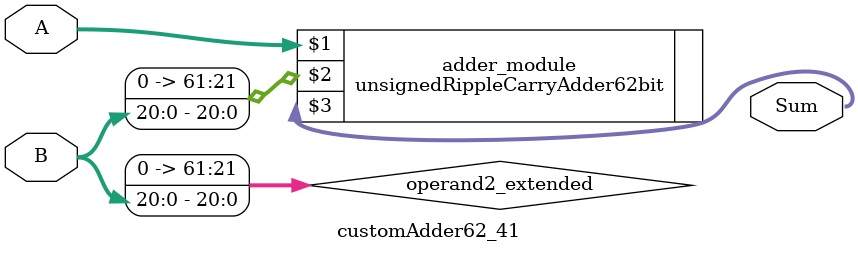
<source format=v>
module customAdder62_41(
                        input [61 : 0] A,
                        input [20 : 0] B,
                        
                        output [62 : 0] Sum
                );

        wire [61 : 0] operand2_extended;
        
        assign operand2_extended =  {41'b0, B};
        
        unsignedRippleCarryAdder62bit adder_module(
            A,
            operand2_extended,
            Sum
        );
        
        endmodule
        
</source>
